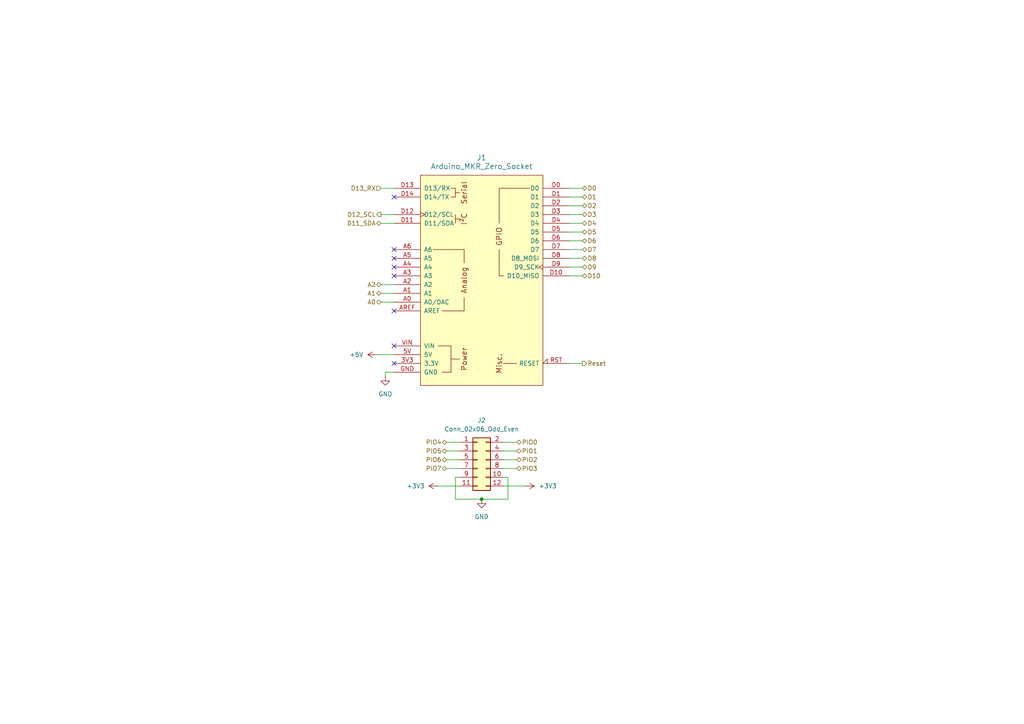
<source format=kicad_sch>
(kicad_sch (version 20250114) (generator "eeschema") (generator_version "9.0")
  (paper "A4")
  (lib_symbols
    (symbol "Connector_Generic:Conn_02x06_Odd_Even" (pin_names (offset 1.016) (hide yes))
      (property "Reference" "J" (at 1.27 7.62 0))
      (property "Value" "Conn_02x06_Odd_Even" (at 1.27 -10.16 0))
      (symbol "Conn_02x06_Odd_Even_1_1"
        (rectangle (start -1.27 6.35) (end 3.81 -8.89) (stroke (width 0.254)) (fill (type background)))
        (rectangle (start -1.27 5.207) (end 0 4.953) (stroke (width 0.1524)))
        (rectangle (start -1.27 2.667) (end 0 2.413) (stroke (width 0.1524)))
        (rectangle (start -1.27 0.127) (end 0 -0.127) (stroke (width 0.1524)))
        (rectangle (start -1.27 -2.413) (end 0 -2.667) (stroke (width 0.1524)))
        (rectangle (start -1.27 -4.953) (end 0 -5.207) (stroke (width 0.1524)))
        (rectangle (start -1.27 -7.493) (end 0 -7.747) (stroke (width 0.1524)))
        (rectangle (start 3.81 5.207) (end 2.54 4.953) (stroke (width 0.1524)))
        (rectangle (start 3.81 2.667) (end 2.54 2.413) (stroke (width 0.1524)))
        (rectangle (start 3.81 0.127) (end 2.54 -0.127) (stroke (width 0.1524)))
        (rectangle (start 3.81 -2.413) (end 2.54 -2.667) (stroke (width 0.1524)))
        (rectangle (start 3.81 -4.953) (end 2.54 -5.207) (stroke (width 0.1524)))
        (rectangle (start 3.81 -7.493) (end 2.54 -7.747) (stroke (width 0.1524)))
        (pin passive line (at -5.08 5.08 0) (length 3.81) (name "Pin_1") (number "1"))
        (pin passive line (at -5.08 2.54 0) (length 3.81) (name "Pin_3") (number "3"))
        (pin passive line (at -5.08 0 0) (length 3.81) (name "Pin_5") (number "5"))
        (pin passive line (at -5.08 -2.54 0) (length 3.81) (name "Pin_7") (number "7"))
        (pin passive line (at -5.08 -5.08 0) (length 3.81) (name "Pin_9") (number "9"))
        (pin passive line (at -5.08 -7.62 0) (length 3.81) (name "Pin_11") (number "11"))
        (pin passive line (at 7.62 5.08 180) (length 3.81) (name "Pin_2") (number "2"))
        (pin passive line (at 7.62 2.54 180) (length 3.81) (name "Pin_4") (number "4"))
        (pin passive line (at 7.62 0 180) (length 3.81) (name "Pin_6") (number "6"))
        (pin passive line (at 7.62 -2.54 180) (length 3.81) (name "Pin_8") (number "8"))
        (pin passive line (at 7.62 -5.08 180) (length 3.81) (name "Pin_10") (number "10"))
        (pin passive line (at 7.62 -7.62 180) (length 3.81) (name "Pin_12") (number "12"))
      )
    )
    (symbol "arduino-library:Arduino_MKR_Zero_Socket" (pin_names (offset 1.016))
      (property "Reference" "A" (at 0 36.83 0))
      (property "Value" "Arduino_MKR_Zero_Socket" (at 0 33.02 0))
      (symbol "Arduino_MKR_Zero_Socket_0_0"
        (rectangle (start -17.78 30.48) (end 17.78 -30.48) (fill (type background)))
        (rectangle (start -12.7 -19.05) (end -8.89 -19.05))
        (rectangle (start -11.43 -26.67) (end -8.89 -26.67))
        (polyline (pts (xy -8.89 26.67) (xy -7.62 26.67) (xy -7.62 24.13) (xy -8.89 24.13)))
        (polyline (pts (xy -8.89 -19.05) (xy -8.89 -26.67)))
        (rectangle (start -8.89 -22.86) (end -6.35 -22.86))
        (polyline (pts (xy -7.62 25.4) (xy -6.35 25.4)))
        (polyline (pts (xy -5.08 5.08) (xy -5.08 8.89) (xy -13.97 8.89)))
        (polyline (pts (xy -5.08 -5.08) (xy -5.08 -8.89) (xy -11.43 -8.89)))
        (polyline (pts (xy 5.08 16.51) (xy 5.08 26.67) (xy 13.97 26.67)))
        (polyline (pts (xy 5.08 8.89) (xy 5.08 1.27) (xy 6.35 1.27)))
        (rectangle (start 6.35 -24.13) (end 10.16 -24.13))
        (text "Serial" (at -5.08 25.4 900) (effects (font (size 1.524 1.524))))
        (text "I²C" (at -5.08 17.78 900) (effects (font (size 1.524 1.524))))
        (text "Analog" (at -5.08 0 900) (effects (font (size 1.524 1.524))))
        (text "Power" (at -5.08 -22.86 900) (effects (font (size 1.524 1.524))))
        (text "Misc." (at 5.08 -24.13 900) (effects (font (size 1.524 1.524))))
      )
      (symbol "Arduino_MKR_Zero_Socket_0_1"
        (polyline (pts (xy -7.62 17.78) (xy -6.35 17.78)))
        (polyline (pts (xy -7.62 16.51) (xy -7.62 19.05)))
      )
      (symbol "Arduino_MKR_Zero_Socket_1_0"
        (text "GPIO" (at 5.08 12.7 900) (effects (font (size 1.524 1.524))))
      )
      (symbol "Arduino_MKR_Zero_Socket_1_1"
        (pin bidirectional line (at -25.4 26.67 0) (length 7.62) (name "D13/RX") (number "D13"))
        (pin bidirectional line (at -25.4 24.13 0) (length 7.62) (name "D14/TX") (number "D14"))
        (pin bidirectional clock (at -25.4 19.05 0) (length 7.62) (name "D12/SCL") (number "D12"))
        (pin bidirectional line (at -25.4 16.51 0) (length 7.62) (name "D11/SDA") (number "D11"))
        (pin bidirectional line (at -25.4 8.89 0) (length 7.62) (name "A6") (number "A6"))
        (pin bidirectional line (at -25.4 6.35 0) (length 7.62) (name "A5") (number "A5"))
        (pin bidirectional line (at -25.4 3.81 0) (length 7.62) (name "A4") (number "A4"))
        (pin bidirectional line (at -25.4 1.27 0) (length 7.62) (name "A3") (number "A3"))
        (pin bidirectional line (at -25.4 -1.27 0) (length 7.62) (name "A2") (number "A2"))
        (pin bidirectional line (at -25.4 -3.81 0) (length 7.62) (name "A1") (number "A1"))
        (pin bidirectional line (at -25.4 -6.35 0) (length 7.62) (name "A0/DAC") (number "A0"))
        (pin input line (at -25.4 -8.89 0) (length 7.62) (name "AREF") (number "AREF"))
        (pin power_in line (at -25.4 -19.05 0) (length 7.62) (name "VIN") (number "VIN"))
        (pin power_in line (at -25.4 -21.59 0) (length 7.62) (name "5V") (number "5V"))
        (pin power_out line (at -25.4 -24.13 0) (length 7.62) (name "3.3V") (number "3V3"))
        (pin power_in line (at -25.4 -26.67 0) (length 7.62) (name "GND") (number "GND"))
        (pin bidirectional line (at 25.4 26.67 180) (length 7.62) (name "D0") (number "D0"))
        (pin bidirectional line (at 25.4 24.13 180) (length 7.62) (name "D1") (number "D1"))
        (pin bidirectional line (at 25.4 21.59 180) (length 7.62) (name "D2") (number "D2"))
        (pin bidirectional line (at 25.4 19.05 180) (length 7.62) (name "D3") (number "D3"))
        (pin bidirectional line (at 25.4 16.51 180) (length 7.62) (name "D4") (number "D4"))
        (pin bidirectional line (at 25.4 13.97 180) (length 7.62) (name "D5") (number "D5"))
        (pin bidirectional line (at 25.4 11.43 180) (length 7.62) (name "D6") (number "D6"))
        (pin bidirectional line (at 25.4 8.89 180) (length 7.62) (name "D7") (number "D7"))
        (pin bidirectional line (at 25.4 6.35 180) (length 7.62) (name "D8_MOSI") (number "D8"))
        (pin bidirectional clock (at 25.4 3.81 180) (length 7.62) (name "D9_SCK") (number "D9"))
        (pin bidirectional line (at 25.4 1.27 180) (length 7.62) (name "D10_MISO") (number "D10"))
        (pin open_collector input_low (at 25.4 -24.13 180) (length 7.62) (name "RESET") (number "RST"))
      )
    )
    (symbol "power:+3V3" (power) (pin_numbers (hide yes)) (pin_names (offset 0) (hide yes))
      (property "Value" "+3V3" (at 0 3.556 0))
      (symbol "+3V3_0_1"
        (polyline (pts (xy -0.762 1.27) (xy 0 2.54)))
        (polyline (pts (xy 0 2.54) (xy 0.762 1.27)))
        (polyline (pts (xy 0 0) (xy 0 2.54)))
      )
      (symbol "+3V3_1_1"
        (pin power_in line (at 0 0 90) (length 0) (name "~") (number "1"))
      )
    )
    (symbol "power:+5V" (power) (pin_numbers (hide yes)) (pin_names (offset 0) (hide yes))
      (property "Value" "+5V" (at 0 3.556 0))
      (symbol "+5V_0_1"
        (polyline (pts (xy -0.762 1.27) (xy 0 2.54)))
        (polyline (pts (xy 0 2.54) (xy 0.762 1.27)))
        (polyline (pts (xy 0 0) (xy 0 2.54)))
      )
      (symbol "+5V_1_1"
        (pin power_in line (at 0 0 90) (length 0) (name "~") (number "1"))
      )
    )
    (symbol "power:GND" (power) (pin_numbers (hide yes)) (pin_names (offset 0) (hide yes))
      (property "Value" "GND" (at 0 -3.81 0))
      (symbol "GND_0_1"
        (polyline (pts (xy 0 0) (xy 0 -1.27) (xy 1.27 -1.27) (xy 0 -2.54) (xy -1.27 -1.27) (xy 0 -1.27)))
      )
      (symbol "GND_1_1"
        (pin power_in line (at 0 0 270) (length 0) (name "~") (number "1"))
      )
    )
  )
  (junction (at 139.7 144.78))
  (no_connect (at 114.3 90.17))
  (no_connect (at 114.3 77.47))
  (no_connect (at 114.3 105.41))
  (no_connect (at 114.3 57.15))
  (no_connect (at 114.3 74.93))
  (no_connect (at 114.3 80.01))
  (no_connect (at 114.3 100.33))
  (no_connect (at 114.3 72.39))
  (wire (pts (xy 168.91 69.85) (xy 165.1 69.85)))
  (wire (pts (xy 168.91 67.31) (xy 165.1 67.31)))
  (wire (pts (xy 147.32 144.78) (xy 147.32 138.43)))
  (wire (pts (xy 168.91 64.77) (xy 165.1 64.77)))
  (wire (pts (xy 168.91 59.69) (xy 165.1 59.69)))
  (wire (pts (xy 168.91 57.15) (xy 165.1 57.15)))
  (wire (pts (xy 109.22 102.87) (xy 114.3 102.87)))
  (wire (pts (xy 168.91 74.93) (xy 165.1 74.93)))
  (wire (pts (xy 110.49 82.55) (xy 114.3 82.55)))
  (wire (pts (xy 165.1 105.41) (xy 168.91 105.41)))
  (wire (pts (xy 168.91 80.01) (xy 165.1 80.01)))
  (wire (pts (xy 149.86 135.89) (xy 146.05 135.89)))
  (wire (pts (xy 111.76 107.95) (xy 114.3 107.95)))
  (wire (pts (xy 146.05 140.97) (xy 152.4 140.97)))
  (wire (pts (xy 168.91 54.61) (xy 165.1 54.61)))
  (wire (pts (xy 110.49 62.23) (xy 114.3 62.23)))
  (wire (pts (xy 133.35 138.43) (xy 132.08 138.43)))
  (wire (pts (xy 168.91 72.39) (xy 165.1 72.39)))
  (wire (pts (xy 129.54 128.27) (xy 133.35 128.27)))
  (wire (pts (xy 110.49 87.63) (xy 114.3 87.63)))
  (wire (pts (xy 132.08 138.43) (xy 132.08 144.78)))
  (wire (pts (xy 110.49 85.09) (xy 114.3 85.09)))
  (wire (pts (xy 111.76 109.22) (xy 111.76 107.95)))
  (wire (pts (xy 149.86 130.81) (xy 146.05 130.81)))
  (wire (pts (xy 127 140.97) (xy 133.35 140.97)))
  (wire (pts (xy 132.08 144.78) (xy 139.7 144.78)))
  (wire (pts (xy 149.86 128.27) (xy 146.05 128.27)))
  (wire (pts (xy 149.86 133.35) (xy 146.05 133.35)))
  (wire (pts (xy 146.05 138.43) (xy 147.32 138.43)))
  (wire (pts (xy 129.54 130.81) (xy 133.35 130.81)))
  (wire (pts (xy 110.49 54.61) (xy 114.3 54.61)))
  (wire (pts (xy 168.91 62.23) (xy 165.1 62.23)))
  (wire (pts (xy 139.7 144.78) (xy 147.32 144.78)))
  (wire (pts (xy 168.91 77.47) (xy 165.1 77.47)))
  (wire (pts (xy 129.54 135.89) (xy 133.35 135.89)))
  (wire (pts (xy 110.49 64.77) (xy 114.3 64.77)))
  (wire (pts (xy 129.54 133.35) (xy 133.35 133.35)))
  (hierarchical_label "D3" (shape bidirectional) (at 168.91 62.23 0))
  (hierarchical_label "PIO2" (shape bidirectional) (at 149.86 133.35 0))
  (hierarchical_label "D11_SDA" (shape bidirectional) (at 110.49 64.77 180))
  (hierarchical_label "A2" (shape bidirectional) (at 110.49 82.55 180))
  (hierarchical_label "A0" (shape bidirectional) (at 110.49 87.63 180))
  (hierarchical_label "A1" (shape bidirectional) (at 110.49 85.09 180))
  (hierarchical_label "D12_SCL" (shape output) (at 110.49 62.23 180))
  (hierarchical_label "PIO1" (shape bidirectional) (at 149.86 130.81 0))
  (hierarchical_label "PIO6" (shape bidirectional) (at 129.54 133.35 180))
  (hierarchical_label "PIO5" (shape bidirectional) (at 129.54 130.81 180))
  (hierarchical_label "D13_RX" (shape input) (at 110.49 54.61 180))
  (hierarchical_label "D1" (shape bidirectional) (at 168.91 57.15 0))
  (hierarchical_label "PIO0" (shape bidirectional) (at 149.86 128.27 0))
  (hierarchical_label "D9" (shape bidirectional) (at 168.91 77.47 0))
  (hierarchical_label "PIO4" (shape bidirectional) (at 129.54 128.27 180))
  (hierarchical_label "D2" (shape bidirectional) (at 168.91 59.69 0))
  (hierarchical_label "D8" (shape bidirectional) (at 168.91 74.93 0))
  (hierarchical_label "D7" (shape bidirectional) (at 168.91 72.39 0))
  (hierarchical_label "PIO3" (shape bidirectional) (at 149.86 135.89 0))
  (hierarchical_label "D5" (shape bidirectional) (at 168.91 67.31 0))
  (hierarchical_label "D10" (shape bidirectional) (at 168.91 80.01 0))
  (hierarchical_label "D6" (shape bidirectional) (at 168.91 69.85 0))
  (hierarchical_label "PIO7" (shape bidirectional) (at 129.54 135.89 180))
  (hierarchical_label "D0" (shape bidirectional) (at 168.91 54.61 0))
  (hierarchical_label "D4" (shape bidirectional) (at 168.91 64.77 0))
  (hierarchical_label "Reset" (shape output) (at 168.91 105.41 0))
  (symbol (lib_id "Connector_Generic:Conn_02x06_Odd_Even") (at 138.43 133.35 0) (unit 1)
    (property "Reference" "J2" (at 139.7 121.92 0))
    (property "Value" "Conn_02x06_Odd_Even" (at 139.7 124.46 0))
    (property "Footprint" "Connector_PinSocket_2.54mm:PinSocket_2x06_P2.54mm_Vertical" (effects (hide yes)))
    (property "Description" "Generic connector, double row, 02x06, odd/even pin numbering scheme (row 1 odd numbers, row 2 even numbers), script generated (kicad-library-utils/schlib/autogen/connector/)" (effects (hide yes)))
  )
  (symbol (lib_id "arduino-library:Arduino_MKR_Zero_Socket") (at 139.7 81.28 0) (unit 1)
    (property "Reference" "J1" (at 139.7 45.72 0) (effects (font (size 1.524 1.524))))
    (property "Value" "Arduino_MKR_Zero_Socket" (at 139.7 48.26 0) (effects (font (size 1.524 1.524))))
    (property "Footprint" "arduino-library:Arduino_MKR_Zero_Socket" (effects (hide yes)))
    (property "Datasheet" "https://docs.arduino.cc/hardware/mkr-zero" (effects (hide yes)))
    (property "Description" "Socket for Arduino MKR Zero" (effects (hide yes)))
  )
  (symbol (lib_id "power:+3V3") (at 152.4 140.97 270) (unit 1)
    (property "Reference" "#PWR08" (effects (hide yes)))
    (property "Value" "+3V3" (at 156.21 140.9699 90) (effects (justify left)))
    (property "Description" "Power symbol creates a global label with name \"+3V3\"" (effects (hide yes)))
  )
  (symbol (lib_id "power:+5V") (at 109.22 102.87 90) (unit 1)
    (property "Reference" "#PWR04" (effects (hide yes)))
    (property "Value" "+5V" (at 105.41 102.8699 90) (effects (justify left)))
    (property "Description" "Power symbol creates a global label with name \"+5V\"" (effects (hide yes)))
  )
  (symbol (lib_id "power:GND") (at 111.76 109.22 0) (unit 1)
    (property "Reference" "#PWR06" (effects (hide yes)))
    (property "Value" "GND" (at 111.76 114.3 0))
    (property "Description" "Power symbol creates a global label with name \"GND\" , ground" (effects (hide yes)))
  )
  (symbol (lib_id "power:+3V3") (at 127 140.97 90) (unit 1)
    (property "Reference" "#PWR07" (effects (hide yes)))
    (property "Value" "+3V3" (at 123.19 140.9699 90) (effects (justify left)))
    (property "Description" "Power symbol creates a global label with name \"+3V3\"" (effects (hide yes)))
  )
  (symbol (lib_id "power:GND") (at 139.7 144.78 0) (unit 1)
    (property "Reference" "#PWR09" (effects (hide yes)))
    (property "Value" "GND" (at 139.7 149.86 0))
    (property "Description" "Power symbol creates a global label with name \"GND\" , ground" (effects (hide yes)))
  )
)
</source>
